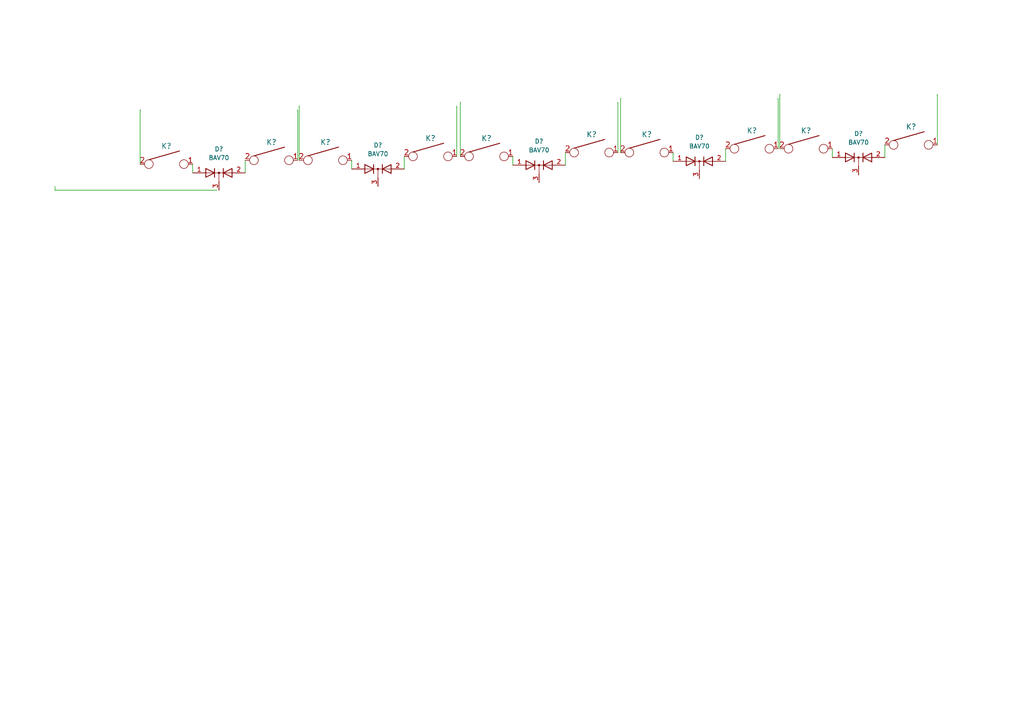
<source format=kicad_sch>
(kicad_sch (version 20211123) (generator eeschema)
  (paper "A4")
  (lib_symbols
    (symbol "Diode:BAV70" (pin_names (offset 0.762) hide)
      (property "Reference" "D" (at 0.635 -2.54 0))
      (property "Value" "BAV70" (at 0 2.54 0))
      (symbol "BAV70_0_1"
        (polyline (pts (xy -3.81 0) (xy 3.81 0)))
        (polyline (pts (xy 0 0) (xy 0 -2.54)))
        (polyline (pts (xy -1.27 -1.27) (xy -1.27 1.27) (xy -1.27 1.27)) (stroke (width 0.254)))
        (polyline (pts (xy 1.27 -1.27) (xy 1.27 1.27) (xy 1.27 1.27)) (stroke (width 0.254)))
        (polyline (pts (xy -3.81 1.27) (xy -1.27 0) (xy -3.81 -1.27) (xy -3.81 1.27) (xy -3.81 1.27) (xy -3.81 1.27)) (stroke (width 0.254)))
        (polyline (pts (xy 3.81 -1.27) (xy 1.27 0) (xy 3.81 1.27) (xy 3.81 -1.27) (xy 3.81 -1.27) (xy 3.81 -1.27)) (stroke (width 0.254)))
        (circle (center 0 0) (radius 0.254) (fill (type outline)))
        (pin passive line (at -7.62 0 0) (length 3.81) (name "A") (number "1"))
        (pin passive line (at 7.62 0 180) (length 3.81) (name "A") (number "2"))
        (pin passive line (at 0 -5.08 90) (length 2.54) (name "K") (number "3"))
      )
    )
    (symbol "keyboard_parts:KEYSW" (pin_names (offset 1.016))
      (property "Reference" "K?" (at -1.27 0 0))
      (symbol "KEYSW_0_1"
        (circle (center -5.08 0) (radius 1.27))
        (polyline (pts (xy -5.08 1.27) (xy 3.81 3.81)) (stroke (width 0.254)))
        (circle (center 5.08 0) (radius 1.27))
      )
      (symbol "KEYSW_1_1"
        (pin passive line (at 7.62 0 180) (length 1.27) (name "~") (number "1"))
        (pin passive line (at -7.62 0 0) (length 1.27) (name "~") (number "2"))
      )
    )
  )
  (wire (pts (xy 15.9556 54.0553) (xy 15.9556 55.1688)))
  (wire (pts (xy 163.9824 44.2468) (xy 163.9824 47.9044)))
  (wire (pts (xy 271.8816 42.0116) (xy 271.8816 27.5069)))
  (wire (pts (xy 226.1616 27.4424) (xy 226.314 27.4424)))
  (wire (pts (xy 271.8816 27.5069) (xy 271.7211 27.5069)))
  (wire (pts (xy 179.2224 29.7421) (xy 179.0619 29.7421)))
  (wire (pts (xy 148.7424 45.3644) (xy 148.7424 47.9044)))
  (wire (pts (xy 40.64 31.9128) (xy 40.7924 31.9128)))
  (wire (pts (xy 55.88 47.5996) (xy 55.88 50.1396)))
  (wire (pts (xy 86.36 31.9773) (xy 86.1995 31.9773)))
  (wire (pts (xy 86.7664 46.4716) (xy 86.7664 30.7848)))
  (wire (pts (xy 117.2464 45.354) (xy 117.2464 49.0116)))
  (wire (pts (xy 132.4864 45.354) (xy 132.4864 30.8493)))
  (wire (pts (xy 210.4644 43.1292) (xy 210.4644 46.7868)))
  (wire (pts (xy 179.9844 44.2468) (xy 179.9844 28.56)))
  (wire (pts (xy 132.4864 30.8493) (xy 132.3259 30.8493)))
  (wire (pts (xy 133.5024 45.3644) (xy 133.5024 29.6776)))
  (wire (pts (xy 86.36 46.482) (xy 86.36 31.9773)))
  (wire (pts (xy 256.6416 42.0116) (xy 256.6416 45.6692)))
  (wire (pts (xy 241.4016 43.1292) (xy 241.4016 45.6692)))
  (wire (pts (xy 179.2224 44.2468) (xy 179.2224 29.7421)))
  (wire (pts (xy 62.9412 55.1688) (xy 15.9556 55.1688)))
  (wire (pts (xy 71.12 46.482) (xy 71.12 50.1396)))
  (wire (pts (xy 195.2244 44.2468) (xy 195.2244 46.7868)))
  (wire (pts (xy 102.0064 46.4716) (xy 102.0064 49.0116)))
  (wire (pts (xy 225.7044 43.1292) (xy 225.7044 28.6245)))
  (wire (pts (xy 40.64 47.5996) (xy 40.64 31.9128)))
  (wire (pts (xy 86.7664 30.7848) (xy 86.9188 30.7848)))
  (wire (pts (xy 179.9844 28.56) (xy 180.1368 28.56)))
  (wire (pts (xy 133.5024 29.6776) (xy 133.6548 29.6776)))
  (wire (pts (xy 226.1616 43.1292) (xy 226.1616 27.4424)))
  (wire (pts (xy 225.7044 28.6245) (xy 225.5439 28.6245)))
  (symbol (lib_id "keyboard_parts:KEYSW") (at 94.3864 46.4716 0) (unit 1)
    (property "Reference" "K?" (at 94.3864 41.2392 0) (effects (font (size 1.524 1.524))))
    (property "Value" "KEYSW" (effects hide))
  )
  (symbol (lib_id "Diode:BAV70") (at 249.0216 45.6692 0) (unit 1)
    (property "Reference" "D?" (at 249.0216 38.7604 0))
    (property "Value" "BAV70" (at 249.0216 41.3004 0))
    (property "Footprint" "Package_TO_SOT_SMD:SOT-23" (effects hide))
    (property "Datasheet" "https://assets.nexperia.com/documents/data-sheet/BAV70_SER.pdf" (effects hide))
  )
  (symbol (lib_id "keyboard_parts:KEYSW") (at 264.2616 42.0116 0) (unit 1)
    (property "Reference" "K?" (at 264.2616 36.7792 0) (effects (font (size 1.524 1.524))))
    (property "Value" "KEYSW" (effects hide))
  )
  (symbol (lib_id "keyboard_parts:KEYSW") (at 187.6044 44.2468 0) (unit 1)
    (property "Reference" "K?" (at 187.6044 39.0144 0) (effects (font (size 1.524 1.524))))
    (property "Value" "KEYSW" (effects hide))
  )
  (symbol (lib_id "keyboard_parts:KEYSW") (at 48.26 47.5996 0) (unit 1)
    (property "Reference" "K?" (at 48.26 42.3672 0) (effects (font (size 1.524 1.524))))
    (property "Value" "KEYSW" (effects hide))
  )
  (symbol (lib_id "keyboard_parts:KEYSW") (at 233.7816 43.1292 0) (unit 1)
    (property "Reference" "K?" (at 233.7816 37.8968 0) (effects (font (size 1.524 1.524))))
    (property "Value" "KEYSW" (effects hide))
  )
  (symbol (lib_id "keyboard_parts:KEYSW") (at 171.6024 44.2468 0) (unit 1)
    (property "Reference" "K?" (at 171.6024 39.0144 0) (effects (font (size 1.524 1.524))))
    (property "Value" "KEYSW" (effects hide))
  )
  (symbol (lib_id "Diode:BAV70") (at 202.8444 46.7868 0) (unit 1)
    (property "Reference" "D?" (at 202.8444 39.878 0))
    (property "Value" "BAV70" (at 202.8444 42.418 0))
    (property "Footprint" "Package_TO_SOT_SMD:SOT-23" (effects hide))
    (property "Datasheet" "https://assets.nexperia.com/documents/data-sheet/BAV70_SER.pdf" (effects hide))
  )
  (symbol (lib_id "keyboard_parts:KEYSW") (at 78.74 46.482 0) (unit 1)
    (property "Reference" "K?" (at 78.74 41.2496 0) (effects (font (size 1.524 1.524))))
    (property "Value" "KEYSW" (effects hide))
  )
  (symbol (lib_id "keyboard_parts:KEYSW") (at 218.0844 43.1292 0) (unit 1)
    (property "Reference" "K?" (at 218.0844 37.8968 0) (effects (font (size 1.524 1.524))))
    (property "Value" "KEYSW" (effects hide))
  )
  (symbol (lib_id "keyboard_parts:KEYSW") (at 141.1224 45.3644 0) (unit 1)
    (property "Reference" "K?" (at 141.1224 40.132 0) (effects (font (size 1.524 1.524))))
    (property "Value" "KEYSW" (effects hide))
  )
  (symbol (lib_id "keyboard_parts:KEYSW") (at 124.8664 45.354 0) (unit 1)
    (property "Reference" "K?" (at 124.8664 40.1216 0) (effects (font (size 1.524 1.524))))
    (property "Value" "KEYSW" (effects hide))
  )
  (symbol (lib_id "Diode:BAV70") (at 156.3624 47.9044 0) (unit 1)
    (property "Reference" "D?" (at 156.3624 40.9956 0))
    (property "Value" "BAV70" (at 156.3624 43.5356 0))
    (property "Footprint" "Package_TO_SOT_SMD:SOT-23" (effects hide))
    (property "Datasheet" "https://assets.nexperia.com/documents/data-sheet/BAV70_SER.pdf" (effects hide))
  )
  (symbol (lib_id "Diode:BAV70") (at 109.6264 49.0116 0) (unit 1)
    (property "Reference" "D?" (at 109.6264 42.1028 0))
    (property "Value" "BAV70" (at 109.6264 44.6428 0))
    (property "Footprint" "Package_TO_SOT_SMD:SOT-23" (effects hide))
    (property "Datasheet" "https://assets.nexperia.com/documents/data-sheet/BAV70_SER.pdf" (effects hide))
  )
  (symbol (lib_id "Diode:BAV70") (at 63.5 50.1396 0) (unit 1)
    (property "Reference" "D?" (at 63.5 43.2308 0))
    (property "Value" "BAV70" (at 63.5 45.7708 0))
    (property "Footprint" "Package_TO_SOT_SMD:SOT-23" (effects hide))
    (property "Datasheet" "https://assets.nexperia.com/documents/data-sheet/BAV70_SER.pdf" (effects hide))
  )
)
</source>
